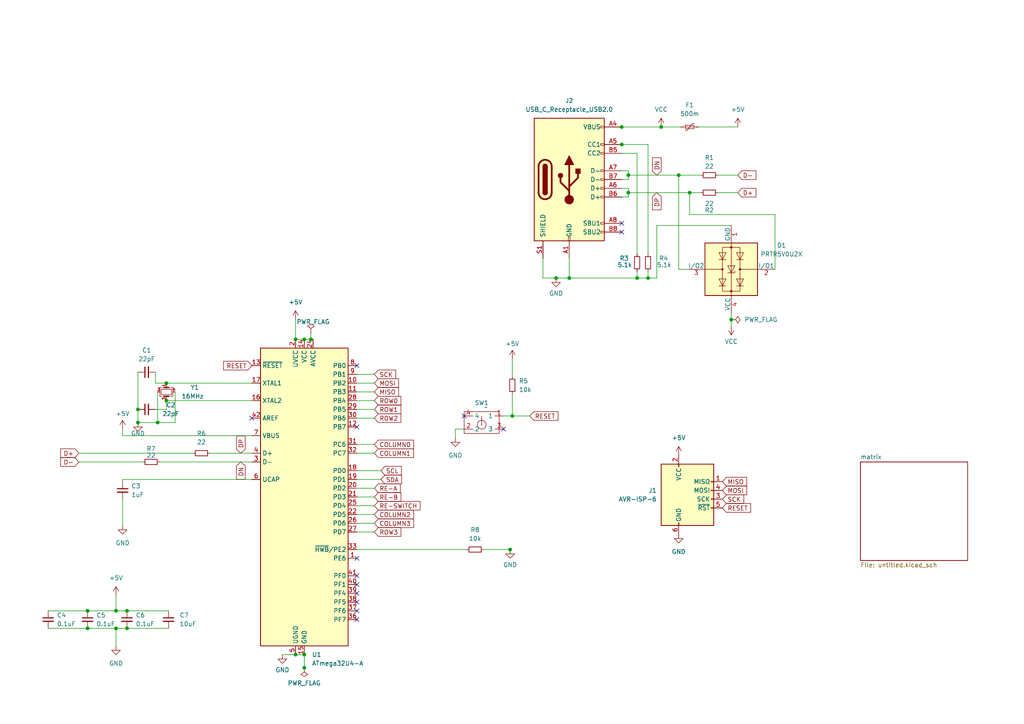
<source format=kicad_sch>
(kicad_sch (version 20230121) (generator eeschema)
  (paper "A4")
  (lib_symbols
    (symbol "Connector:AVR-ISP-6" (pin_names (offset 1.016))
      (property "Reference" "J" (at -6.35 11.43 0))
      (property "Value" "AVR-ISP-6" (at 0 11.43 0))
      (symbol "AVR-ISP-6_0_1"
        (rectangle (start -2.667 -6.858) (end -2.413 -7.62))
        (rectangle (start -2.667 10.16) (end -2.413 9.398))
        (rectangle (start 7.62 -2.413) (end 6.858 -2.667))
        (rectangle (start 7.62 0.127) (end 6.858 -0.127))
        (rectangle (start 7.62 2.667) (end 6.858 2.413))
        (rectangle (start 7.62 5.207) (end 6.858 4.953))
        (rectangle (start 7.62 10.16) (end -7.62 -7.62) (stroke (width 0.254)) (fill (type background)))
      )
      (symbol "AVR-ISP-6_1_1"
        (pin passive line (at 10.16 5.08 180) (length 2.54) (name "MISO") (number "1"))
        (pin passive line (at -2.54 12.7 270) (length 2.54) (name "VCC") (number "2"))
        (pin passive line (at 10.16 0 180) (length 2.54) (name "SCK") (number "3"))
        (pin passive line (at 10.16 2.54 180) (length 2.54) (name "MOSI") (number "4"))
        (pin passive line (at 10.16 -2.54 180) (length 2.54) (name "~{RST}") (number "5"))
        (pin passive line (at -2.54 -10.16 90) (length 2.54) (name "GND") (number "6"))
      )
    )
    (symbol "Connector:USB_C_Receptacle_USB2.0" (pin_names (offset 1.016))
      (property "Reference" "J" (at -10.16 19.05 0))
      (property "Value" "USB_C_Receptacle_USB2.0" (at 19.05 19.05 0))
      (symbol "USB_C_Receptacle_USB2.0_0_0"
        (rectangle (start -0.254 -17.78) (end 0.254 -16.764))
        (rectangle (start 10.16 -14.986) (end 9.144 -15.494))
        (rectangle (start 10.16 -12.446) (end 9.144 -12.954))
        (rectangle (start 10.16 -4.826) (end 9.144 -5.334))
        (rectangle (start 10.16 -2.286) (end 9.144 -2.794))
        (rectangle (start 10.16 0.254) (end 9.144 -0.254))
        (rectangle (start 10.16 2.794) (end 9.144 2.286))
        (rectangle (start 10.16 7.874) (end 9.144 7.366))
        (rectangle (start 10.16 10.414) (end 9.144 9.906))
        (rectangle (start 10.16 15.494) (end 9.144 14.986))
      )
      (symbol "USB_C_Receptacle_USB2.0_0_1"
        (rectangle (start -10.16 17.78) (end 10.16 -17.78) (stroke (width 0.254)) (fill (type background)))
        (arc (start -8.89 -3.81) (mid -6.985 -5.7067) (end -5.08 -3.81) (stroke (width 0.508)))
        (arc (start -7.62 -3.81) (mid -6.985 -4.4423) (end -6.35 -3.81) (stroke (width 0.254)))
        (arc (start -7.62 -3.81) (mid -6.985 -4.4423) (end -6.35 -3.81) (stroke (width 0.254)) (fill (type outline)))
        (rectangle (start -7.62 -3.81) (end -6.35 3.81) (stroke (width 0.254)) (fill (type outline)))
        (arc (start -6.35 3.81) (mid -6.985 4.4423) (end -7.62 3.81) (stroke (width 0.254)))
        (arc (start -6.35 3.81) (mid -6.985 4.4423) (end -7.62 3.81) (stroke (width 0.254)) (fill (type outline)))
        (arc (start -5.08 3.81) (mid -6.985 5.7067) (end -8.89 3.81) (stroke (width 0.508)))
        (circle (center -2.54 1.143) (radius 0.635) (stroke (width 0.254)) (fill (type outline)))
        (circle (center 0 -5.842) (radius 1.27) (fill (type outline)))
        (polyline (pts (xy -8.89 -3.81) (xy -8.89 3.81)) (stroke (width 0.508)))
        (polyline (pts (xy -5.08 3.81) (xy -5.08 -3.81)) (stroke (width 0.508)))
        (polyline (pts (xy 0 -5.842) (xy 0 4.318)) (stroke (width 0.508)))
        (polyline (pts (xy 0 -3.302) (xy -2.54 -0.762) (xy -2.54 0.508)) (stroke (width 0.508)))
        (polyline (pts (xy 0 -2.032) (xy 2.54 0.508) (xy 2.54 1.778)) (stroke (width 0.508)))
        (polyline (pts (xy -1.27 4.318) (xy 0 6.858) (xy 1.27 4.318) (xy -1.27 4.318)) (stroke (width 0.254)) (fill (type outline)))
        (rectangle (start 1.905 1.778) (end 3.175 3.048) (stroke (width 0.254)) (fill (type outline)))
      )
      (symbol "USB_C_Receptacle_USB2.0_1_1"
        (pin passive line (at 0 -22.86 90) (length 5.08) (name "GND") (number "A1"))
        (pin passive line (at 0 -22.86 90) (length 5.08) hide (name "GND") (number "A12"))
        (pin passive line (at 15.24 15.24 180) (length 5.08) (name "VBUS") (number "A4"))
        (pin bidirectional line (at 15.24 10.16 180) (length 5.08) (name "CC1") (number "A5"))
        (pin bidirectional line (at 15.24 -2.54 180) (length 5.08) (name "D+") (number "A6"))
        (pin bidirectional line (at 15.24 2.54 180) (length 5.08) (name "D-") (number "A7"))
        (pin bidirectional line (at 15.24 -12.7 180) (length 5.08) (name "SBU1") (number "A8"))
        (pin passive line (at 15.24 15.24 180) (length 5.08) hide (name "VBUS") (number "A9"))
        (pin passive line (at 0 -22.86 90) (length 5.08) hide (name "GND") (number "B1"))
        (pin passive line (at 0 -22.86 90) (length 5.08) hide (name "GND") (number "B12"))
        (pin passive line (at 15.24 15.24 180) (length 5.08) hide (name "VBUS") (number "B4"))
        (pin bidirectional line (at 15.24 7.62 180) (length 5.08) (name "CC2") (number "B5"))
        (pin bidirectional line (at 15.24 -5.08 180) (length 5.08) (name "D+") (number "B6"))
        (pin bidirectional line (at 15.24 0 180) (length 5.08) (name "D-") (number "B7"))
        (pin bidirectional line (at 15.24 -15.24 180) (length 5.08) (name "SBU2") (number "B8"))
        (pin passive line (at 15.24 15.24 180) (length 5.08) hide (name "VBUS") (number "B9"))
        (pin passive line (at -7.62 -22.86 90) (length 5.08) (name "SHIELD") (number "S1"))
      )
    )
    (symbol "Device:C_Small" (pin_numbers hide) (pin_names (offset 0.254) hide)
      (property "Reference" "C" (at 0.254 1.778 0))
      (property "Value" "C_Small" (at 0.254 -2.032 0))
      (symbol "C_Small_0_1"
        (polyline (pts (xy -1.524 -0.508) (xy 1.524 -0.508)) (stroke (width 0.3302)))
        (polyline (pts (xy -1.524 0.508) (xy 1.524 0.508)) (stroke (width 0.3048)))
      )
      (symbol "C_Small_1_1"
        (pin passive line (at 0 2.54 270) (length 2.032) (name "~") (number "1"))
        (pin passive line (at 0 -2.54 90) (length 2.032) (name "~") (number "2"))
      )
    )
    (symbol "Device:Crystal_GND24_Small" (pin_names (offset 1.016) hide)
      (property "Reference" "Y" (at 1.27 4.445 0))
      (property "Value" "Crystal_GND24_Small" (at 1.27 2.54 0))
      (symbol "Crystal_GND24_Small_0_1"
        (rectangle (start -0.762 -1.524) (end 0.762 1.524))
        (polyline (pts (xy -1.27 -0.762) (xy -1.27 0.762)) (stroke (width 0.381)))
        (polyline (pts (xy 1.27 -0.762) (xy 1.27 0.762)) (stroke (width 0.381)))
        (polyline (pts (xy -1.27 -1.27) (xy -1.27 -1.905) (xy 1.27 -1.905) (xy 1.27 -1.27)))
        (polyline (pts (xy -1.27 1.27) (xy -1.27 1.905) (xy 1.27 1.905) (xy 1.27 1.27)))
      )
      (symbol "Crystal_GND24_Small_1_1"
        (pin passive line (at -2.54 0 0) (length 1.27) (name "1") (number "1"))
        (pin passive line (at 0 -2.54 90) (length 0.635) (name "2") (number "2"))
        (pin passive line (at 2.54 0 180) (length 1.27) (name "3") (number "3"))
        (pin passive line (at 0 2.54 270) (length 0.635) (name "4") (number "4"))
      )
    )
    (symbol "Device:Polyfuse_Small" (pin_numbers hide) (pin_names (offset 0))
      (property "Reference" "F" (at -1.905 0 90))
      (property "Value" "Polyfuse_Small" (at 1.905 0 90))
      (symbol "Polyfuse_Small_0_1"
        (rectangle (start -0.508 1.27) (end 0.508 -1.27))
        (polyline (pts (xy 0 2.54) (xy 0 -2.54)))
        (polyline (pts (xy -1.016 1.27) (xy -1.016 0.762) (xy 1.016 -0.762) (xy 1.016 -1.27)))
      )
      (symbol "Polyfuse_Small_1_1"
        (pin passive line (at 0 2.54 270) (length 0.635) (name "~") (number "1"))
        (pin passive line (at 0 -2.54 90) (length 0.635) (name "~") (number "2"))
      )
    )
    (symbol "Device:R_Small" (pin_numbers hide) (pin_names (offset 0.254) hide)
      (property "Reference" "R" (at 0.762 0.508 0))
      (property "Value" "R_Small" (at 0.762 -1.016 0))
      (symbol "R_Small_0_1"
        (rectangle (start -0.762 1.778) (end 0.762 -1.778) (stroke (width 0.2032)))
      )
      (symbol "R_Small_1_1"
        (pin passive line (at 0 2.54 270) (length 0.762) (name "~") (number "1"))
        (pin passive line (at 0 -2.54 90) (length 0.762) (name "~") (number "2"))
      )
    )
    (symbol "MCU_Microchip_ATmega:ATmega32U4-A"
      (property "Reference" "U" (at -12.7 44.45 0))
      (property "Value" "ATmega32U4-A" (at 2.54 -44.45 0))
      (symbol "ATmega32U4-A_0_1"
        (rectangle (start -12.7 -43.18) (end 12.7 43.18) (stroke (width 0.254)) (fill (type background)))
      )
      (symbol "ATmega32U4-A_1_1"
        (pin bidirectional line (at 15.24 -17.78 180) (length 2.54) (name "PE6") (number "1"))
        (pin bidirectional line (at 15.24 33.02 180) (length 2.54) (name "PB2") (number "10"))
        (pin bidirectional line (at 15.24 30.48 180) (length 2.54) (name "PB3") (number "11"))
        (pin bidirectional line (at 15.24 20.32 180) (length 2.54) (name "PB7") (number "12"))
        (pin input line (at -15.24 38.1 0) (length 2.54) (name "~{RESET}") (number "13"))
        (pin power_in line (at 0 45.72 270) (length 2.54) (name "VCC") (number "14"))
        (pin power_in line (at 0 -45.72 90) (length 2.54) (name "GND") (number "15"))
        (pin output line (at -15.24 27.94 0) (length 2.54) (name "XTAL2") (number "16"))
        (pin input line (at -15.24 33.02 0) (length 2.54) (name "XTAL1") (number "17"))
        (pin bidirectional line (at 15.24 7.62 180) (length 2.54) (name "PD0") (number "18"))
        (pin bidirectional line (at 15.24 5.08 180) (length 2.54) (name "PD1") (number "19"))
        (pin power_in line (at -2.54 45.72 270) (length 2.54) (name "UVCC") (number "2"))
        (pin bidirectional line (at 15.24 2.54 180) (length 2.54) (name "PD2") (number "20"))
        (pin bidirectional line (at 15.24 0 180) (length 2.54) (name "PD3") (number "21"))
        (pin bidirectional line (at 15.24 -5.08 180) (length 2.54) (name "PD5") (number "22"))
        (pin passive line (at 0 -45.72 90) (length 2.54) hide (name "GND") (number "23"))
        (pin power_in line (at 2.54 45.72 270) (length 2.54) (name "AVCC") (number "24"))
        (pin bidirectional line (at 15.24 -2.54 180) (length 2.54) (name "PD4") (number "25"))
        (pin bidirectional line (at 15.24 -7.62 180) (length 2.54) (name "PD6") (number "26"))
        (pin bidirectional line (at 15.24 -10.16 180) (length 2.54) (name "PD7") (number "27"))
        (pin bidirectional line (at 15.24 27.94 180) (length 2.54) (name "PB4") (number "28"))
        (pin bidirectional line (at 15.24 25.4 180) (length 2.54) (name "PB5") (number "29"))
        (pin bidirectional line (at -15.24 10.16 0) (length 2.54) (name "D-") (number "3"))
        (pin bidirectional line (at 15.24 22.86 180) (length 2.54) (name "PB6") (number "30"))
        (pin bidirectional line (at 15.24 15.24 180) (length 2.54) (name "PC6") (number "31"))
        (pin bidirectional line (at 15.24 12.7 180) (length 2.54) (name "PC7") (number "32"))
        (pin bidirectional line (at 15.24 -15.24 180) (length 2.54) (name "~{HWB}/PE2") (number "33"))
        (pin passive line (at 0 45.72 270) (length 2.54) hide (name "VCC") (number "34"))
        (pin passive line (at 0 -45.72 90) (length 2.54) hide (name "GND") (number "35"))
        (pin bidirectional line (at 15.24 -35.56 180) (length 2.54) (name "PF7") (number "36"))
        (pin bidirectional line (at 15.24 -33.02 180) (length 2.54) (name "PF6") (number "37"))
        (pin bidirectional line (at 15.24 -30.48 180) (length 2.54) (name "PF5") (number "38"))
        (pin bidirectional line (at 15.24 -27.94 180) (length 2.54) (name "PF4") (number "39"))
        (pin bidirectional line (at -15.24 12.7 0) (length 2.54) (name "D+") (number "4"))
        (pin bidirectional line (at 15.24 -25.4 180) (length 2.54) (name "PF1") (number "40"))
        (pin bidirectional line (at 15.24 -22.86 180) (length 2.54) (name "PF0") (number "41"))
        (pin passive line (at -15.24 22.86 0) (length 2.54) (name "AREF") (number "42"))
        (pin passive line (at 0 -45.72 90) (length 2.54) hide (name "GND") (number "43"))
        (pin passive line (at 2.54 45.72 270) (length 2.54) hide (name "AVCC") (number "44"))
        (pin passive line (at -2.54 -45.72 90) (length 2.54) (name "UGND") (number "5"))
        (pin passive line (at -15.24 5.08 0) (length 2.54) (name "UCAP") (number "6"))
        (pin input line (at -15.24 17.78 0) (length 2.54) (name "VBUS") (number "7"))
        (pin bidirectional line (at 15.24 38.1 180) (length 2.54) (name "PB0") (number "8"))
        (pin bidirectional line (at 15.24 35.56 180) (length 2.54) (name "PB1") (number "9"))
      )
    )
    (symbol "Power_Protection:PRTR5V0U2X" (pin_names (offset 0))
      (property "Reference" "D" (at 2.794 8.636 0))
      (property "Value" "PRTR5V0U2X" (at 8.128 -9.398 0))
      (symbol "PRTR5V0U2X_0_1"
        (rectangle (start -7.62 -7.62) (end 7.62 7.62) (stroke (width 0.254)) (fill (type background)))
        (circle (center -2.54 0) (radius 0.254) (fill (type outline)))
        (rectangle (start -2.54 6.35) (end 2.54 -6.35))
        (circle (center 0 -6.35) (radius 0.254) (fill (type outline)))
        (polyline (pts (xy -2.54 0) (xy -7.62 0)))
        (polyline (pts (xy -1.524 -2.794) (xy -3.556 -2.794)))
        (polyline (pts (xy -1.524 4.826) (xy -3.556 4.826)))
        (polyline (pts (xy 0 -7.62) (xy 0 7.62)))
        (polyline (pts (xy 1.524 -2.794) (xy 3.556 -2.794)))
        (polyline (pts (xy 1.524 4.826) (xy 3.556 4.826)))
        (polyline (pts (xy 2.54 0) (xy 7.62 0)))
        (polyline (pts (xy 1.016 1.016) (xy -1.016 1.016) (xy -1.016 0.508)))
        (polyline (pts (xy -3.556 -4.826) (xy -1.524 -4.826) (xy -2.54 -2.794) (xy -3.556 -4.826)))
        (polyline (pts (xy -3.556 2.794) (xy -1.524 2.794) (xy -2.54 4.826) (xy -3.556 2.794)))
        (polyline (pts (xy -1.016 -1.016) (xy 1.016 -1.016) (xy 0 1.016) (xy -1.016 -1.016)))
        (polyline (pts (xy 3.556 -4.826) (xy 1.524 -4.826) (xy 2.54 -2.794) (xy 3.556 -4.826)))
        (polyline (pts (xy 3.556 2.794) (xy 1.524 2.794) (xy 2.54 4.826) (xy 3.556 2.794)))
        (circle (center 0 6.35) (radius 0.254) (fill (type outline)))
        (circle (center 2.54 0) (radius 0.254) (fill (type outline)))
      )
      (symbol "PRTR5V0U2X_1_1"
        (pin passive line (at 0 -12.7 90) (length 5.08) (name "GND") (number "1"))
        (pin passive line (at -12.7 0 0) (length 5.08) (name "I/O1") (number "2"))
        (pin passive line (at 12.7 0 180) (length 5.08) (name "I/O2") (number "3"))
        (pin passive line (at 0 12.7 270) (length 5.08) (name "VCC") (number "4"))
      )
    )
    (symbol "local_lib:SW_SKQG"
      (property "Reference" "SW1" (at -1.27 1.27 0))
      (property "Value" "~" (at 0 0 0))
      (symbol "SW_SKQG_0_1"
        (rectangle (start -6.35 -1.27) (end 3.81 -7.62))
        (circle (center -1.27 -5.08) (radius 0.0001))
        (circle (center -1.27 -5.08) (radius 1.27))
        (polyline (pts (xy -1.27 -5.08) (xy -1.27 -2.54)))
      )
      (symbol "SW_SKQG_1_1"
        (pin passive line (at 5.08 -2.54 180) (length 2.54) (name "1") (number "1"))
        (pin unspecified line (at -6.35 -6.35 0) (length 2.54) (name "2") (number "2"))
        (pin passive line (at 5.08 -6.35 180) (length 2.54) (name "3") (number "3"))
        (pin passive line (at -6.35 -2.54 0) (length 2.54) (name "4") (number "4"))
      )
    )
    (symbol "power:+5V" (power) (pin_names (offset 0))
      (property "Value" "+5V" (at 0 3.556 0))
      (symbol "+5V_0_1"
        (polyline (pts (xy -0.762 1.27) (xy 0 2.54)))
        (polyline (pts (xy 0 0) (xy 0 2.54)))
        (polyline (pts (xy 0 2.54) (xy 0.762 1.27)))
      )
      (symbol "+5V_1_1"
        (pin power_in line (at 0 0 90) (length 0) hide (name "+5V") (number "1"))
      )
    )
    (symbol "power:GND" (power) (pin_names (offset 0))
      (property "Value" "GND" (at 0 -3.81 0))
      (symbol "GND_0_1"
        (polyline (pts (xy 0 0) (xy 0 -1.27) (xy 1.27 -1.27) (xy 0 -2.54) (xy -1.27 -1.27) (xy 0 -1.27)))
      )
      (symbol "GND_1_1"
        (pin power_in line (at 0 0 270) (length 0) hide (name "GND") (number "1"))
      )
    )
    (symbol "power:PWR_FLAG" (power) (pin_numbers hide) (pin_names (offset 0) hide)
      (property "Value" "PWR_FLAG" (at 0 3.81 0))
      (symbol "PWR_FLAG_0_0"
        (pin power_out line (at 0 0 90) (length 0) (name "pwr") (number "1"))
      )
      (symbol "PWR_FLAG_0_1"
        (polyline (pts (xy 0 0) (xy 0 1.27) (xy -1.016 1.905) (xy 0 2.54) (xy 1.016 1.905) (xy 0 1.27)))
      )
    )
    (symbol "power:VCC" (power) (pin_names (offset 0))
      (property "Value" "VCC" (at 0 3.81 0))
      (symbol "VCC_0_1"
        (polyline (pts (xy -0.762 1.27) (xy 0 2.54)))
        (polyline (pts (xy 0 0) (xy 0 2.54)))
        (polyline (pts (xy 0 2.54) (xy 0.762 1.27)))
      )
      (symbol "VCC_1_1"
        (pin power_in line (at 0 0 90) (length 0) hide (name "VCC") (number "1"))
      )
    )
  )
  (junction (at 25.4 182.245))
  (junction (at 180.34 41.91))
  (junction (at 191.77 36.83))
  (junction (at 36.83 177.165))
  (junction (at 48.26 116.205))
  (junction (at 88.265 98.425))
  (junction (at 88.265 193.675))
  (junction (at 148.59 120.65))
  (junction (at 36.83 182.245))
  (junction (at 187.96 80.645))
  (junction (at 33.655 177.165))
  (junction (at 212.09 92.71))
  (junction (at 48.26 111.125))
  (junction (at 45.72 122.555))
  (junction (at 85.725 189.865))
  (junction (at 40.005 118.745))
  (junction (at 90.17 98.425))
  (junction (at 88.265 189.865))
  (junction (at 182.245 50.8))
  (junction (at 180.34 36.83))
  (junction (at 147.955 159.385))
  (junction (at 40.005 122.555))
  (junction (at 200.025 55.88))
  (junction (at 182.245 55.88))
  (junction (at 85.725 98.425))
  (junction (at 33.655 182.245))
  (junction (at 196.85 50.8))
  (junction (at 161.29 80.645))
  (junction (at 184.785 80.645))
  (junction (at 25.4 177.165))
  (junction (at 165.1 80.645))
  (no_connect (at 146.05 124.46))
  (no_connect (at 103.505 106.045))
  (no_connect (at 103.505 179.705))
  (no_connect (at 103.505 161.925))
  (no_connect (at 103.505 123.825))
  (no_connect (at 134.62 120.65))
  (no_connect (at 73.025 121.285))
  (no_connect (at 180.34 67.31))
  (no_connect (at 103.505 177.165))
  (no_connect (at 103.505 174.625))
  (no_connect (at 103.505 172.085))
  (no_connect (at 180.34 64.77))
  (no_connect (at 103.505 169.545))
  (no_connect (at 103.505 167.005))
  (wire (pts (xy 196.85 78.105) (xy 199.39 78.105)))
  (wire (pts (xy 212.09 65.405) (xy 190.5 65.405)))
  (wire (pts (xy 180.34 57.15) (xy 182.245 57.15)))
  (wire (pts (xy 33.655 182.245) (xy 33.655 187.325)))
  (wire (pts (xy 25.4 182.245) (xy 33.655 182.245)))
  (wire (pts (xy 103.505 108.585) (xy 108.585 108.585)))
  (wire (pts (xy 48.26 111.125) (xy 73.025 111.125)))
  (wire (pts (xy 179.705 36.83) (xy 180.34 36.83)))
  (wire (pts (xy 35.56 124.46) (xy 35.56 126.365)))
  (wire (pts (xy 35.56 144.78) (xy 35.56 152.4)))
  (wire (pts (xy 60.96 131.445) (xy 73.025 131.445)))
  (wire (pts (xy 182.245 55.88) (xy 182.245 57.15)))
  (wire (pts (xy 81.915 189.865) (xy 85.725 189.865)))
  (wire (pts (xy 45.085 107.95) (xy 45.085 111.125)))
  (wire (pts (xy 22.86 131.445) (xy 55.88 131.445)))
  (wire (pts (xy 35.56 139.065) (xy 73.025 139.065)))
  (wire (pts (xy 103.505 151.765) (xy 108.585 151.765)))
  (wire (pts (xy 85.725 98.425) (xy 88.265 98.425)))
  (wire (pts (xy 110.49 136.525) (xy 103.505 136.525)))
  (wire (pts (xy 103.505 146.685) (xy 108.585 146.685)))
  (wire (pts (xy 148.59 120.65) (xy 153.67 120.65)))
  (wire (pts (xy 45.72 113.665) (xy 45.72 122.555)))
  (wire (pts (xy 224.79 78.105) (xy 224.79 62.23)))
  (wire (pts (xy 33.655 182.245) (xy 36.83 182.245)))
  (wire (pts (xy 157.48 80.645) (xy 161.29 80.645)))
  (wire (pts (xy 148.59 104.14) (xy 148.59 109.22)))
  (wire (pts (xy 200.025 62.23) (xy 200.025 55.88)))
  (wire (pts (xy 35.56 139.065) (xy 35.56 139.7)))
  (wire (pts (xy 48.26 116.205) (xy 48.26 118.745)))
  (wire (pts (xy 25.4 177.165) (xy 33.655 177.165)))
  (wire (pts (xy 22.86 133.985) (xy 41.275 133.985)))
  (wire (pts (xy 180.34 36.83) (xy 191.77 36.83)))
  (wire (pts (xy 103.505 149.225) (xy 108.585 149.225)))
  (wire (pts (xy 40.005 118.745) (xy 40.005 122.555)))
  (wire (pts (xy 180.34 54.61) (xy 182.245 54.61)))
  (wire (pts (xy 85.725 92.71) (xy 85.725 98.425)))
  (wire (pts (xy 187.96 78.74) (xy 187.96 80.645)))
  (wire (pts (xy 103.505 154.305) (xy 108.585 154.305)))
  (wire (pts (xy 191.77 36.83) (xy 197.485 36.83)))
  (wire (pts (xy 147.955 159.385) (xy 147.955 160.655)))
  (wire (pts (xy 48.26 111.125) (xy 45.085 111.125)))
  (wire (pts (xy 182.245 55.88) (xy 200.025 55.88)))
  (wire (pts (xy 103.505 128.905) (xy 108.585 128.905)))
  (wire (pts (xy 180.34 49.53) (xy 182.245 49.53)))
  (wire (pts (xy 85.725 189.865) (xy 88.265 189.865)))
  (wire (pts (xy 36.83 182.245) (xy 48.895 182.245)))
  (wire (pts (xy 187.96 80.645) (xy 190.5 80.645)))
  (wire (pts (xy 190.5 65.405) (xy 190.5 80.645)))
  (wire (pts (xy 103.505 118.745) (xy 108.585 118.745)))
  (wire (pts (xy 180.34 41.91) (xy 187.96 41.91)))
  (wire (pts (xy 110.49 139.065) (xy 103.505 139.065)))
  (wire (pts (xy 182.245 54.61) (xy 182.245 55.88)))
  (wire (pts (xy 165.1 80.645) (xy 165.1 74.93)))
  (wire (pts (xy 90.17 98.425) (xy 90.805 98.425)))
  (wire (pts (xy 33.655 177.165) (xy 36.83 177.165)))
  (wire (pts (xy 187.96 41.91) (xy 187.96 73.66)))
  (wire (pts (xy 182.245 50.8) (xy 182.245 52.07)))
  (wire (pts (xy 40.005 122.555) (xy 45.72 122.555)))
  (wire (pts (xy 88.265 189.865) (xy 88.265 193.675)))
  (wire (pts (xy 103.505 116.205) (xy 108.585 116.205)))
  (wire (pts (xy 48.26 116.205) (xy 73.025 116.205)))
  (wire (pts (xy 50.8 113.665) (xy 50.8 122.555)))
  (wire (pts (xy 196.85 50.8) (xy 203.2 50.8)))
  (wire (pts (xy 132.08 124.46) (xy 132.08 127)))
  (wire (pts (xy 40.005 107.95) (xy 40.005 118.745)))
  (wire (pts (xy 134.62 124.46) (xy 132.08 124.46)))
  (wire (pts (xy 182.245 49.53) (xy 182.245 50.8)))
  (wire (pts (xy 182.245 50.8) (xy 196.85 50.8)))
  (wire (pts (xy 103.505 141.605) (xy 108.585 141.605)))
  (wire (pts (xy 161.29 80.645) (xy 165.1 80.645)))
  (wire (pts (xy 103.505 113.665) (xy 108.585 113.665)))
  (wire (pts (xy 179.705 41.91) (xy 180.34 41.91)))
  (wire (pts (xy 103.505 121.285) (xy 108.585 121.285)))
  (wire (pts (xy 36.83 177.165) (xy 48.895 177.165)))
  (wire (pts (xy 90.17 96.52) (xy 90.17 98.425)))
  (wire (pts (xy 202.565 36.83) (xy 213.995 36.83)))
  (wire (pts (xy 103.505 144.145) (xy 108.585 144.145)))
  (wire (pts (xy 88.265 193.675) (xy 88.265 194.31)))
  (wire (pts (xy 13.97 177.165) (xy 25.4 177.165)))
  (wire (pts (xy 184.785 78.74) (xy 184.785 80.645)))
  (wire (pts (xy 212.09 90.805) (xy 212.09 92.71)))
  (wire (pts (xy 103.505 131.445) (xy 108.585 131.445)))
  (wire (pts (xy 146.05 120.65) (xy 148.59 120.65)))
  (wire (pts (xy 212.09 92.71) (xy 212.09 94.615)))
  (wire (pts (xy 45.72 122.555) (xy 50.8 122.555)))
  (wire (pts (xy 148.59 114.3) (xy 148.59 120.65)))
  (wire (pts (xy 140.335 159.385) (xy 147.955 159.385)))
  (wire (pts (xy 182.245 52.07) (xy 180.34 52.07)))
  (wire (pts (xy 208.28 55.88) (xy 213.995 55.88)))
  (wire (pts (xy 103.505 159.385) (xy 135.255 159.385)))
  (wire (pts (xy 45.085 118.745) (xy 48.26 118.745)))
  (wire (pts (xy 184.785 80.645) (xy 187.96 80.645)))
  (wire (pts (xy 13.97 182.245) (xy 25.4 182.245)))
  (wire (pts (xy 184.785 44.45) (xy 180.34 44.45)))
  (wire (pts (xy 33.655 172.72) (xy 33.655 177.165)))
  (wire (pts (xy 46.355 133.985) (xy 73.025 133.985)))
  (wire (pts (xy 157.48 74.93) (xy 157.48 80.645)))
  (wire (pts (xy 196.85 50.8) (xy 196.85 78.105)))
  (wire (pts (xy 200.025 55.88) (xy 203.2 55.88)))
  (wire (pts (xy 208.28 50.8) (xy 213.995 50.8)))
  (wire (pts (xy 184.785 44.45) (xy 184.785 73.66)))
  (wire (pts (xy 88.265 98.425) (xy 90.17 98.425)))
  (wire (pts (xy 165.1 80.645) (xy 184.785 80.645)))
  (wire (pts (xy 103.505 111.125) (xy 108.585 111.125)))
  (wire (pts (xy 73.025 126.365) (xy 35.56 126.365)))
  (wire (pts (xy 200.025 62.23) (xy 224.79 62.23)))
  (global_label "RE-B" (shape input) (at 108.585 144.145 0) (property "Intersheetrefs" "${INTERSHEET_REFS}" (effects hide)))
  (global_label "RESET" (shape input) (at 209.55 147.32 0) (property "Intersheetrefs" "${INTERSHEET_REFS}" (effects hide)))
  (global_label "ROW1" (shape input) (at 108.585 118.745 0) (property "Intersheetrefs" "${INTERSHEET_REFS}" (effects hide)))
  (global_label "RESET" (shape input) (at 73.025 106.045 180) (property "Intersheetrefs" "${INTERSHEET_REFS}" (effects hide)))
  (global_label "SCK" (shape input) (at 108.585 108.585 0) (property "Intersheetrefs" "${INTERSHEET_REFS}" (effects hide)))
  (global_label "RESET" (shape input) (at 153.67 120.65 0) (property "Intersheetrefs" "${INTERSHEET_REFS}" (effects hide)))
  (global_label "D+" (shape input) (at 22.86 131.445 180) (property "Intersheetrefs" "${INTERSHEET_REFS}" (effects hide)))
  (global_label "SCK" (shape input) (at 209.55 144.78 0) (property "Intersheetrefs" "${INTERSHEET_REFS}" (effects hide)))
  (global_label "COLUMN0" (shape input) (at 108.585 128.905 0) (property "Intersheetrefs" "${INTERSHEET_REFS}" (effects hide)))
  (global_label "COLUMN1" (shape input) (at 108.585 131.445 0) (property "Intersheetrefs" "${INTERSHEET_REFS}" (effects hide)))
  (global_label "MOSI" (shape input) (at 209.55 142.24 0) (property "Intersheetrefs" "${INTERSHEET_REFS}" (effects hide)))
  (global_label "RE-A" (shape input) (at 108.585 141.605 0) (property "Intersheetrefs" "${INTERSHEET_REFS}" (effects hide)))
  (global_label "COLUMN2" (shape input) (at 108.585 149.225 0) (property "Intersheetrefs" "${INTERSHEET_REFS}" (effects hide)))
  (global_label "D+" (shape input) (at 213.995 55.88 0) (property "Intersheetrefs" "${INTERSHEET_REFS}" (effects hide)))
  (global_label "ROW3" (shape input) (at 108.585 154.305 0) (property "Intersheetrefs" "${INTERSHEET_REFS}" (effects hide)))
  (global_label "DN" (shape input) (at 190.5 50.8 90) (property "Intersheetrefs" "${INTERSHEET_REFS}" (effects hide)))
  (global_label "ROW0" (shape input) (at 108.585 116.205 0) (property "Intersheetrefs" "${INTERSHEET_REFS}" (effects hide)))
  (global_label "SCL" (shape input) (at 110.49 136.525 0) (property "Intersheetrefs" "${INTERSHEET_REFS}" (effects hide)))
  (global_label "DP" (shape input) (at 190.5 55.88 270) (property "Intersheetrefs" "${INTERSHEET_REFS}" (effects hide)))
  (global_label "D-" (shape input) (at 213.995 50.8 0) (property "Intersheetrefs" "${INTERSHEET_REFS}" (effects hide)))
  (global_label "COLUMN3" (shape input) (at 108.585 151.765 0) (property "Intersheetrefs" "${INTERSHEET_REFS}" (effects hide)))
  (global_label "D-" (shape input) (at 22.86 133.985 180) (property "Intersheetrefs" "${INTERSHEET_REFS}" (effects hide)))
  (global_label "RE-SWITCH" (shape input) (at 108.585 146.685 0) (property "Intersheetrefs" "${INTERSHEET_REFS}" (effects hide)))
  (global_label "MISO" (shape input) (at 108.585 113.665 0) (property "Intersheetrefs" "${INTERSHEET_REFS}" (effects hide)))
  (global_label "MOSI" (shape input) (at 108.585 111.125 0) (property "Intersheetrefs" "${INTERSHEET_REFS}" (effects hide)))
  (global_label "DP" (shape input) (at 69.85 131.445 90) (property "Intersheetrefs" "${INTERSHEET_REFS}" (effects hide)))
  (global_label "ROW2" (shape input) (at 108.585 121.285 0) (property "Intersheetrefs" "${INTERSHEET_REFS}" (effects hide)))
  (global_label "MISO" (shape input) (at 209.55 139.7 0) (property "Intersheetrefs" "${INTERSHEET_REFS}" (effects hide)))
  (global_label "DN" (shape input) (at 69.85 133.985 270) (property "Intersheetrefs" "${INTERSHEET_REFS}" (effects hide)))
  (global_label "SDA" (shape input) (at 110.49 139.065 0) (property "Intersheetrefs" "${INTERSHEET_REFS}" (effects hide)))
  (symbol (lib_id "power:+5V") (at 148.59 104.14 0) (unit 1)
    (property "Reference" "#PWR010" (effects hide))
    (property "Value" "+5V" (at 148.59 99.695 0))
  )
  (symbol (lib_id "power:+5V") (at 213.995 36.83 0) (unit 1)
    (property "Reference" "#PWR022" (effects hide))
    (property "Value" "+5V" (at 213.995 31.75 0))
  )
  (symbol (lib_id "power:GND") (at 40.005 122.555 0) (unit 1)
    (property "Reference" "#PWR08" (effects hide))
    (property "Value" "GND" (at 40.005 125.73 0))
  )
  (symbol (lib_id "power:+5V") (at 35.56 124.46 0) (unit 1)
    (property "Reference" "#PWR07" (effects hide))
    (property "Value" "+5V" (at 35.56 120.015 0))
  )
  (symbol (lib_id "Device:C_Small") (at 48.895 179.705 0) (unit 1)
    (property "Reference" "C7" (at 52.07 178.4413 0) (effects (justify left)))
    (property "Value" "10uF" (at 52.07 180.9813 0) (effects (justify left)))
    (property "Footprint" "Capacitor_SMD:C_0805_2012Metric_Pad1.18x1.45mm_HandSolder" (effects hide))
  )
  (symbol (lib_id "MCU_Microchip_ATmega:ATmega32U4-A") (at 88.265 144.145 0) (unit 1)
    (property "Reference" "U1" (at 90.4591 189.865 0) (effects (justify left)))
    (property "Value" "ATmega32U4-A" (at 90.4591 192.405 0) (effects (justify left)))
    (property "Footprint" "Package_QFP:TQFP-44_10x10mm_P0.8mm" (effects hide))
    (property "Datasheet" "http://ww1.microchip.com/downloads/en/DeviceDoc/Atmel-7766-8-bit-AVR-ATmega16U4-32U4_Datasheet.pdf" (effects hide))
  )
  (symbol (lib_id "Device:C_Small") (at 42.545 118.745 90) (unit 1)
    (property "Reference" "C2" (at 49.53 117.475 90))
    (property "Value" "22pF" (at 49.53 120.015 90))
    (property "Footprint" "Capacitor_SMD:C_0805_2012Metric_Pad1.18x1.45mm_HandSolder" (effects hide))
  )
  (symbol (lib_id "power:GND") (at 132.08 127 0) (unit 1)
    (property "Reference" "#PWR09" (effects hide))
    (property "Value" "GND" (at 132.08 132.08 0))
  )
  (symbol (lib_id "power:PWR_FLAG") (at 212.09 92.71 270) (unit 1)
    (property "Reference" "#FLG04" (effects hide))
    (property "Value" "PWR_FLAG" (at 215.9 92.71 90) (effects (justify left)))
  )
  (symbol (lib_id "Device:C_Small") (at 36.83 179.705 0) (unit 1)
    (property "Reference" "C6" (at 39.37 178.4413 0) (effects (justify left)))
    (property "Value" "0.1uF" (at 39.37 180.9813 0) (effects (justify left)))
    (property "Footprint" "Capacitor_SMD:C_0805_2012Metric_Pad1.18x1.45mm_HandSolder" (effects hide))
  )
  (symbol (lib_id "Device:C_Small") (at 13.97 179.705 0) (unit 1)
    (property "Reference" "C4" (at 16.51 178.4413 0) (effects (justify left)))
    (property "Value" "0.1uF" (at 16.51 180.9813 0) (effects (justify left)))
    (property "Footprint" "Capacitor_SMD:C_0805_2012Metric_Pad1.18x1.45mm_HandSolder" (effects hide))
  )
  (symbol (lib_id "power:GND") (at 147.955 159.385 0) (unit 1)
    (property "Reference" "#PWR03" (effects hide))
    (property "Value" "GND" (at 147.955 163.83 0))
  )
  (symbol (lib_id "power:GND") (at 33.655 187.325 0) (unit 1)
    (property "Reference" "#PWR06" (effects hide))
    (property "Value" "GND" (at 33.655 192.405 0))
  )
  (symbol (lib_id "Device:C_Small") (at 25.4 179.705 0) (unit 1)
    (property "Reference" "C5" (at 27.94 178.4413 0) (effects (justify left)))
    (property "Value" "0.1uF" (at 27.94 180.9813 0) (effects (justify left)))
    (property "Footprint" "Capacitor_SMD:C_0805_2012Metric_Pad1.18x1.45mm_HandSolder" (effects hide))
  )
  (symbol (lib_id "Device:R_Small") (at 205.74 50.8 90) (unit 1)
    (property "Reference" "R1" (at 205.74 45.72 90))
    (property "Value" "22" (at 205.74 48.26 90))
    (property "Footprint" "Resistor_SMD:R_0805_2012Metric_Pad1.20x1.40mm_HandSolder" (effects hide))
  )
  (symbol (lib_id "Device:R_Small") (at 184.785 76.2 0) (unit 1)
    (property "Reference" "R3" (at 179.705 74.93 0) (effects (justify left)))
    (property "Value" "5.1k" (at 179.07 76.835 0) (effects (justify left)))
    (property "Footprint" "Resistor_SMD:R_0805_2012Metric_Pad1.20x1.40mm_HandSolder" (effects hide))
  )
  (symbol (lib_id "local_lib:SW_SKQG") (at 140.97 118.11 0) (unit 1)
    (property "Reference" "SW1" (at 139.7 116.84 0))
    (property "Value" "~" (at 140.97 118.11 0))
    (property "Footprint" "Random-Keyboard-Parts:PushButton_6x6mm_TH" (effects hide))
  )
  (symbol (lib_id "power:VCC") (at 191.77 36.83 0) (unit 1)
    (property "Reference" "#PWR024" (effects hide))
    (property "Value" "VCC" (at 191.77 31.75 0))
  )
  (symbol (lib_id "power:+5V") (at 33.655 172.72 0) (unit 1)
    (property "Reference" "#PWR05" (effects hide))
    (property "Value" "+5V" (at 33.655 167.64 0))
  )
  (symbol (lib_id "Device:R_Small") (at 137.795 159.385 90) (unit 1)
    (property "Reference" "R8" (at 137.795 153.67 90))
    (property "Value" "10k" (at 137.795 156.21 90))
    (property "Footprint" "Resistor_SMD:R_0805_2012Metric_Pad1.20x1.40mm_HandSolder" (effects hide))
  )
  (symbol (lib_id "power:+5V") (at 85.725 92.71 0) (unit 1)
    (property "Reference" "#PWR01" (effects hide))
    (property "Value" "+5V" (at 85.725 87.63 0))
  )
  (symbol (lib_id "Device:Polyfuse_Small") (at 200.025 36.83 270) (unit 1)
    (property "Reference" "F1" (at 200.025 30.48 90))
    (property "Value" "500m" (at 200.025 33.02 90))
    (property "Footprint" "Fuse:Fuse_1206_3216Metric_Pad1.42x1.75mm_HandSolder" (effects hide))
  )
  (symbol (lib_id "power:GND") (at 35.56 152.4 0) (unit 1)
    (property "Reference" "#PWR04" (effects hide))
    (property "Value" "GND" (at 35.56 157.48 0))
  )
  (symbol (lib_id "Connector:AVR-ISP-6") (at 199.39 144.78 0) (unit 1)
    (property "Reference" "J1" (at 190.5 142.24 0) (effects (justify right)))
    (property "Value" "AVR-ISP-6" (at 190.5 144.78 0) (effects (justify right)))
    (property "Footprint" "Random-Keyboard-Parts:Reset_Pretty-Mask" (effects hide))
    (property "Datasheet" " ~" (effects hide))
  )
  (symbol (lib_id "Connector:USB_C_Receptacle_USB2.0") (at 165.1 52.07 0) (unit 1)
    (property "Reference" "J2" (at 165.1 29.21 0))
    (property "Value" "USB_C_Receptacle_USB2.0" (at 165.1 31.75 0))
    (property "Footprint" "Connector_USB:USB_C_Receptacle_HRO_TYPE-C-31-M-12" (effects hide))
    (property "Datasheet" "https://www.usb.org/sites/default/files/documents/usb_type-c.zip" (effects hide))
  )
  (symbol (lib_id "Device:Crystal_GND24_Small") (at 48.26 113.665 270) (unit 1)
    (property "Reference" "Y1" (at 56.515 112.395 90))
    (property "Value" "16MHz" (at 55.88 114.935 90))
    (property "Footprint" "Crystal:Crystal_SMD_3225-4Pin_3.2x2.5mm_HandSoldering" (effects hide))
  )
  (symbol (lib_id "Device:R_Small") (at 148.59 111.76 0) (unit 1)
    (property "Reference" "R5" (at 150.495 110.49 0) (effects (justify left)))
    (property "Value" "10k" (at 150.495 113.03 0) (effects (justify left)))
    (property "Footprint" "Resistor_SMD:R_0805_2012Metric_Pad1.20x1.40mm_HandSolder" (effects hide))
  )
  (symbol (lib_id "Device:C_Small") (at 42.545 107.95 90) (unit 1)
    (property "Reference" "C1" (at 42.5513 101.6 90))
    (property "Value" "22pF" (at 42.5513 104.14 90))
    (property "Footprint" "Capacitor_SMD:C_0805_2012Metric_Pad1.18x1.45mm_HandSolder" (effects hide))
  )
  (symbol (lib_id "Device:R_Small") (at 58.42 131.445 90) (unit 1)
    (property "Reference" "R6" (at 58.42 125.73 90))
    (property "Value" "22" (at 58.42 128.27 90))
    (property "Footprint" "Resistor_SMD:R_0805_2012Metric_Pad1.20x1.40mm_HandSolder" (effects hide))
  )
  (symbol (lib_id "power:GND") (at 161.29 80.645 0) (unit 1)
    (property "Reference" "#PWR021" (effects hide))
    (property "Value" "GND" (at 161.29 85.09 0))
  )
  (symbol (lib_id "Power_Protection:PRTR5V0U2X") (at 212.09 78.105 180) (unit 1)
    (property "Reference" "D1" (at 226.695 71.1769 0))
    (property "Value" "PRTR5V0U2X" (at 226.695 73.7169 0))
    (property "Footprint" "Random-Keyboard-Parts:SOT143B" (effects hide))
    (property "Datasheet" "https://assets.nexperia.com/documents/data-sheet/PRTR5V0U2X.pdf" (effects hide))
  )
  (symbol (lib_id "Device:R_Small") (at 43.815 133.985 90) (unit 1)
    (property "Reference" "R7" (at 43.815 130.175 90))
    (property "Value" "22" (at 43.815 132.08 90))
    (property "Footprint" "Resistor_SMD:R_0805_2012Metric_Pad1.20x1.40mm_HandSolder" (effects hide))
  )
  (symbol (lib_id "power:PWR_FLAG") (at 88.265 193.675 180) (unit 1)
    (property "Reference" "#FLG02" (effects hide))
    (property "Value" "PWR_FLAG" (at 88.265 198.12 0))
  )
  (symbol (lib_id "power:+5V") (at 196.85 132.08 0) (unit 1)
    (property "Reference" "#PWR020" (effects hide))
    (property "Value" "+5V" (at 196.85 127 0))
  )
  (symbol (lib_id "Device:R_Small") (at 187.96 76.2 0) (unit 1)
    (property "Reference" "R4" (at 191.135 74.93 0) (effects (justify left)))
    (property "Value" "5.1k" (at 190.5 76.835 0) (effects (justify left)))
    (property "Footprint" "Resistor_SMD:R_0805_2012Metric_Pad1.20x1.40mm_HandSolder" (effects hide))
  )
  (symbol (lib_id "Device:C_Small") (at 35.56 142.24 0) (unit 1)
    (property "Reference" "C3" (at 38.1 140.9763 0) (effects (justify left)))
    (property "Value" "1uF" (at 38.1 143.5163 0) (effects (justify left)))
    (property "Footprint" "Capacitor_SMD:C_0805_2012Metric_Pad1.18x1.45mm_HandSolder" (effects hide))
  )
  (symbol (lib_id "power:GND") (at 196.85 154.94 0) (unit 1)
    (property "Reference" "#PWR019" (effects hide))
    (property "Value" "GND" (at 196.85 160.02 0))
  )
  (symbol (lib_id "Device:R_Small") (at 205.74 55.88 90) (unit 1)
    (property "Reference" "R2" (at 205.74 60.96 90))
    (property "Value" "22" (at 205.74 59.055 90))
    (property "Footprint" "Resistor_SMD:R_0805_2012Metric_Pad1.20x1.40mm_HandSolder" (effects hide))
  )
  (symbol (lib_id "power:VCC") (at 212.09 94.615 180) (unit 1)
    (property "Reference" "#PWR025" (effects hide))
    (property "Value" "VCC" (at 212.09 99.06 0))
  )
  (symbol (lib_id "power:GND") (at 81.915 189.865 0) (unit 1)
    (property "Reference" "#PWR02" (effects hide))
    (property "Value" "GND" (at 81.915 194.31 0))
  )
  (symbol (lib_id "power:PWR_FLAG") (at 90.17 96.52 0) (unit 1)
    (property "Reference" "#FLG01" (effects hide))
    (property "Value" "PWR_FLAG" (at 90.805 93.345 0))
  )
  (sheet (at 249.555 133.985) (size 31.115 28.575) (stroke (width 0.1524))
    (property "Sheetname" "matrix" (at 249.555 133.2734 0) (effects (justify left bottom)))
    (property "Sheetfile" "untitled.kicad_sch" (at 249.555 163.1446 0) (effects (justify left top)))
  )
)
</source>
